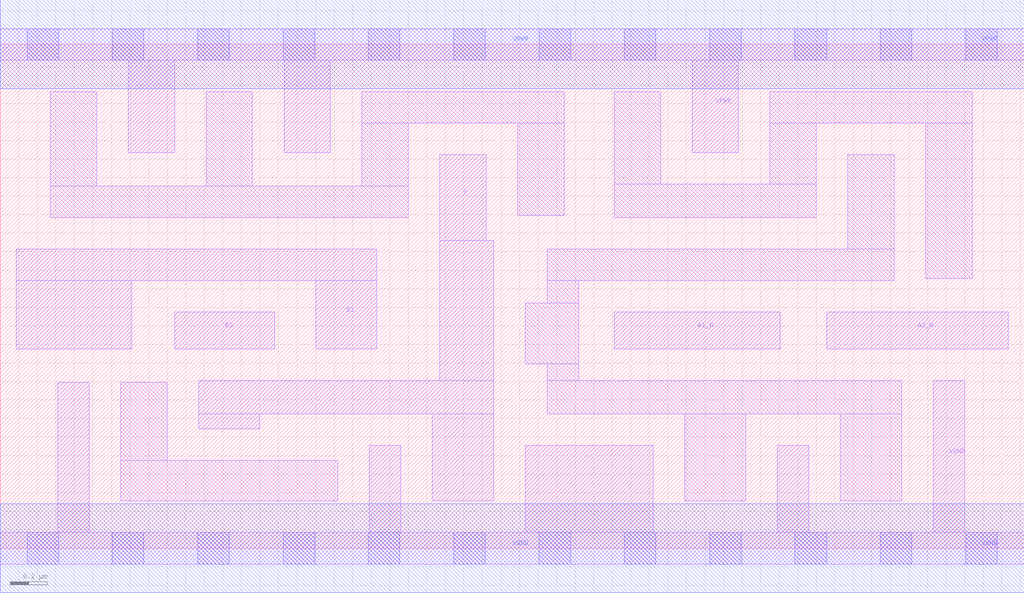
<source format=lef>
# Copyright 2020 The SkyWater PDK Authors
#
# Licensed under the Apache License, Version 2.0 (the "License");
# you may not use this file except in compliance with the License.
# You may obtain a copy of the License at
#
#     https://www.apache.org/licenses/LICENSE-2.0
#
# Unless required by applicable law or agreed to in writing, software
# distributed under the License is distributed on an "AS IS" BASIS,
# WITHOUT WARRANTIES OR CONDITIONS OF ANY KIND, either express or implied.
# See the License for the specific language governing permissions and
# limitations under the License.
#
# SPDX-License-Identifier: Apache-2.0

VERSION 5.7 ;
  NAMESCASESENSITIVE ON ;
  NOWIREEXTENSIONATPIN ON ;
  DIVIDERCHAR "/" ;
  BUSBITCHARS "[]" ;
UNITS
  DATABASE MICRONS 200 ;
END UNITS
MACRO sky130_fd_sc_hd__a2bb2oi_2
  CLASS CORE ;
  SOURCE USER ;
  FOREIGN sky130_fd_sc_hd__a2bb2oi_2 ;
  ORIGIN  0.000000  0.000000 ;
  SIZE  5.520000 BY  2.720000 ;
  SYMMETRY X Y R90 ;
  SITE unithd ;
  PIN A1_N
    ANTENNAGATEAREA  0.495000 ;
    DIRECTION INPUT ;
    USE SIGNAL ;
    PORT
      LAYER li1 ;
        RECT 3.310000 1.075000 4.205000 1.275000 ;
    END
  END A1_N
  PIN A2_N
    ANTENNAGATEAREA  0.495000 ;
    DIRECTION INPUT ;
    USE SIGNAL ;
    PORT
      LAYER li1 ;
        RECT 4.455000 1.075000 5.435000 1.275000 ;
    END
  END A2_N
  PIN B1
    ANTENNAGATEAREA  0.495000 ;
    DIRECTION INPUT ;
    USE SIGNAL ;
    PORT
      LAYER li1 ;
        RECT 0.085000 1.075000 0.710000 1.445000 ;
        RECT 0.085000 1.445000 2.030000 1.615000 ;
        RECT 1.700000 1.075000 2.030000 1.445000 ;
    END
  END B1
  PIN B2
    ANTENNAGATEAREA  0.495000 ;
    DIRECTION INPUT ;
    USE SIGNAL ;
    PORT
      LAYER li1 ;
        RECT 0.940000 1.075000 1.480000 1.275000 ;
    END
  END B2
  PIN Y
    ANTENNADIFFAREA  0.621000 ;
    DIRECTION OUTPUT ;
    USE SIGNAL ;
    PORT
      LAYER li1 ;
        RECT 1.070000 0.645000 1.400000 0.725000 ;
        RECT 1.070000 0.725000 2.660000 0.905000 ;
        RECT 2.330000 0.255000 2.660000 0.725000 ;
        RECT 2.370000 0.905000 2.660000 1.660000 ;
        RECT 2.370000 1.660000 2.620000 2.125000 ;
    END
  END Y
  PIN VGND
    DIRECTION INOUT ;
    SHAPE ABUTMENT ;
    USE GROUND ;
    PORT
      LAYER li1 ;
        RECT 0.000000 -0.085000 5.520000 0.085000 ;
        RECT 0.310000  0.085000 0.480000 0.895000 ;
        RECT 1.990000  0.085000 2.160000 0.555000 ;
        RECT 2.830000  0.085000 3.520000 0.555000 ;
        RECT 4.190000  0.085000 4.360000 0.555000 ;
        RECT 5.030000  0.085000 5.200000 0.905000 ;
      LAYER mcon ;
        RECT 0.145000 -0.085000 0.315000 0.085000 ;
        RECT 0.605000 -0.085000 0.775000 0.085000 ;
        RECT 1.065000 -0.085000 1.235000 0.085000 ;
        RECT 1.525000 -0.085000 1.695000 0.085000 ;
        RECT 1.985000 -0.085000 2.155000 0.085000 ;
        RECT 2.445000 -0.085000 2.615000 0.085000 ;
        RECT 2.905000 -0.085000 3.075000 0.085000 ;
        RECT 3.365000 -0.085000 3.535000 0.085000 ;
        RECT 3.825000 -0.085000 3.995000 0.085000 ;
        RECT 4.285000 -0.085000 4.455000 0.085000 ;
        RECT 4.745000 -0.085000 4.915000 0.085000 ;
        RECT 5.205000 -0.085000 5.375000 0.085000 ;
      LAYER met1 ;
        RECT 0.000000 -0.240000 5.520000 0.240000 ;
    END
  END VGND
  PIN VPWR
    DIRECTION INOUT ;
    SHAPE ABUTMENT ;
    USE POWER ;
    PORT
      LAYER li1 ;
        RECT 0.000000 2.635000 5.520000 2.805000 ;
        RECT 0.690000 2.135000 0.940000 2.635000 ;
        RECT 1.530000 2.135000 1.780000 2.635000 ;
        RECT 3.730000 2.135000 3.980000 2.635000 ;
      LAYER mcon ;
        RECT 0.145000 2.635000 0.315000 2.805000 ;
        RECT 0.605000 2.635000 0.775000 2.805000 ;
        RECT 1.065000 2.635000 1.235000 2.805000 ;
        RECT 1.525000 2.635000 1.695000 2.805000 ;
        RECT 1.985000 2.635000 2.155000 2.805000 ;
        RECT 2.445000 2.635000 2.615000 2.805000 ;
        RECT 2.905000 2.635000 3.075000 2.805000 ;
        RECT 3.365000 2.635000 3.535000 2.805000 ;
        RECT 3.825000 2.635000 3.995000 2.805000 ;
        RECT 4.285000 2.635000 4.455000 2.805000 ;
        RECT 4.745000 2.635000 4.915000 2.805000 ;
        RECT 5.205000 2.635000 5.375000 2.805000 ;
      LAYER met1 ;
        RECT 0.000000 2.480000 5.520000 2.960000 ;
    END
  END VPWR
  OBS
    LAYER li1 ;
      RECT 0.270000 1.785000 2.200000 1.955000 ;
      RECT 0.270000 1.955000 0.520000 2.465000 ;
      RECT 0.650000 0.255000 1.820000 0.475000 ;
      RECT 0.650000 0.475000 0.900000 0.895000 ;
      RECT 1.110000 1.955000 1.360000 2.465000 ;
      RECT 1.950000 1.955000 2.200000 2.295000 ;
      RECT 1.950000 2.295000 3.040000 2.465000 ;
      RECT 2.790000 1.795000 3.040000 2.295000 ;
      RECT 2.830000 0.995000 3.120000 1.325000 ;
      RECT 2.950000 0.725000 4.860000 0.905000 ;
      RECT 2.950000 0.905000 3.120000 0.995000 ;
      RECT 2.950000 1.325000 3.120000 1.445000 ;
      RECT 2.950000 1.445000 4.820000 1.615000 ;
      RECT 3.310000 1.785000 4.400000 1.965000 ;
      RECT 3.310000 1.965000 3.560000 2.465000 ;
      RECT 3.690000 0.255000 4.020000 0.725000 ;
      RECT 4.150000 1.965000 4.400000 2.295000 ;
      RECT 4.150000 2.295000 5.240000 2.465000 ;
      RECT 4.530000 0.255000 4.860000 0.725000 ;
      RECT 4.570000 1.615000 4.820000 2.125000 ;
      RECT 4.990000 1.455000 5.240000 2.295000 ;
  END
END sky130_fd_sc_hd__a2bb2oi_2
END LIBRARY

</source>
